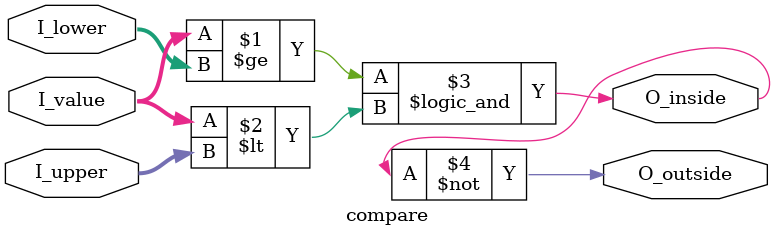
<source format=sv>
module compare (I_value, I_lower, I_upper, O_inside, O_outside);
  parameter P_width = 16;

  input   wire[P_width - 1:0]   I_value   ;
  input   wire[P_width - 1:0]   I_lower   ;
  input   wire[P_width - 1:0]   I_upper   ;
  output  wire                  O_outside ;
  output  wire                  O_inside  ;
   
  assign  O_inside              = (I_value >= I_lower) && (I_value < I_upper) ;
  assign  O_outside             = ~O_inside ;

endmodule
</source>
